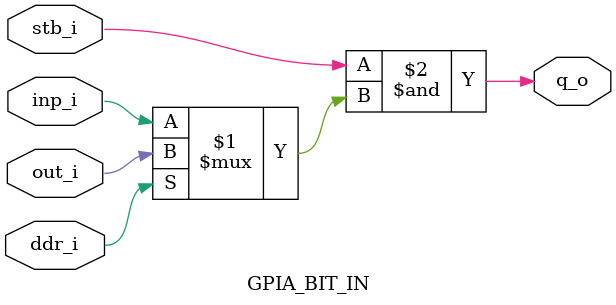
<source format=v>
`timescale 1ns / 100ps

/* The GPIA bit input mux is used when a processing element reads from I/O
 * space.  Some bits may be configured to sample actual signals outside the
 * GPIA ("inputs").  Some pins will be configured to drive signals outside the
 * GPIA ("outputs").  If a particular I/O bit is configured as an output, we
 * want to read back the last value we wrote to it.  Otherwise, we want to
 * read the current state of the external signal attached to it.
 */

module GPIA_BIT_IN(
	input out_i,
	input inp_i,
	input ddr_i,
	input stb_i,

	output q_o
);

assign q_o = stb_i & (ddr_i ? out_i : inp_i);

endmodule

</source>
